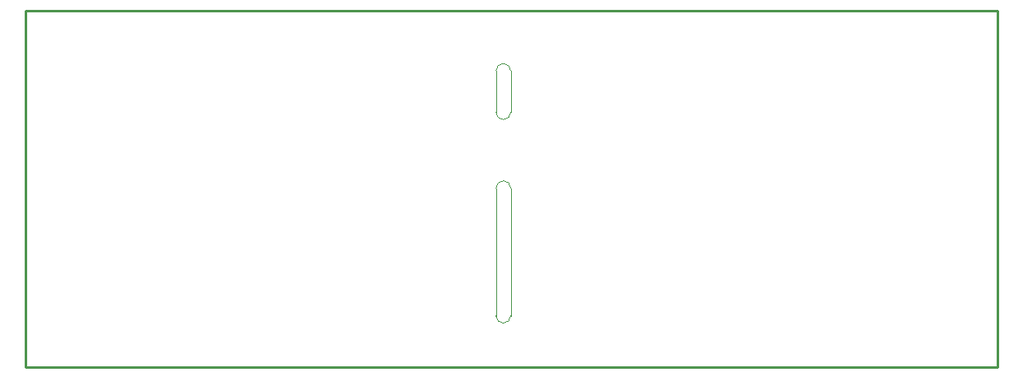
<source format=gko>
G04 Layer: BoardOutlineLayer*
G04 EasyEDA Pro v2.2.36.7, 2025-03-08 17:24:09*
G04 Gerber Generator version 0.3*
G04 Scale: 100 percent, Rotated: No, Reflected: No*
G04 Dimensions in millimeters*
G04 Leading zeros omitted, absolute positions, 4 integers and 5 decimals*
%FSLAX45Y45*%
%MOMM*%
%ADD10C,0.254*%
%ADD11C,0.0254*%
G75*


G04 PolygonModel Start*
G54D10*
G01X0Y-3666490D02*
G01X0Y0D01*
G01X9999980Y0D01*
G01X9999980Y-3666490D01*
G01X0Y-3666490D01*
G54D11*
G01X4991100Y-1048015D02*
G02X4914900Y-1124215I-76200J0D01*
G02X4838700Y-1048015I0J76200D01*
G01X4838700Y-622300D01*
G02X4914900Y-546100I76200J0D01*
G02X4991100Y-622300I0J-76200D01*
G01X4991100Y-1048015D01*
G01X4991100Y-3141240D02*
G02X4914900Y-3217440I-76200J0D01*
G02X4838700Y-3141240I0J76200D01*
G01X4838700Y-1828800D01*
G02X4914900Y-1752600I76200J0D01*
G02X4991100Y-1828800I0J-76200D01*
G01X4991100Y-3141240D01*

M02*


</source>
